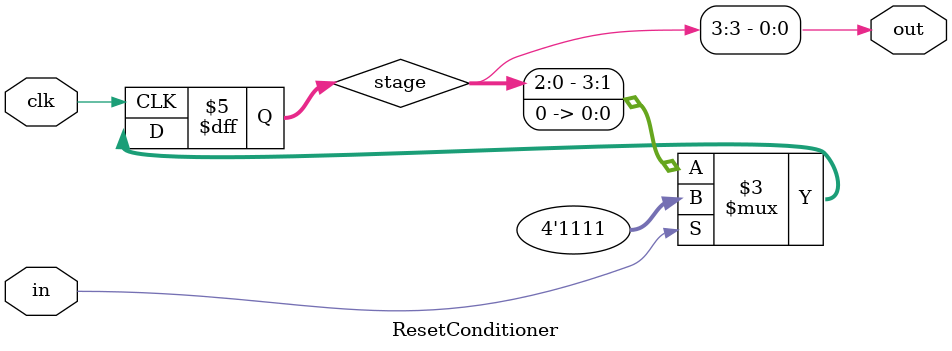
<source format=sv>

module ResetConditioner #(
    parameter int STAGES = 4
) (
    input logic clk,
    input logic in,
    output logic out
);

    logic [STAGES-1:0] stage;

    always_ff @(posedge clk) begin
        if (in) begin
            stage <= '1;
        end else begin
            stage <= {stage[STAGES-2:0], 1'b0};
        end
    end

    assign out = stage[STAGES-1];

endmodule

</source>
